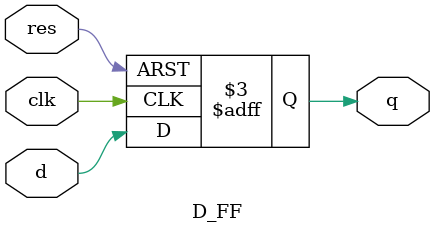
<source format=v>
module grayCode(out, clk, res);
    output [1:0]out;
    input clk, res;
    wire [1:0]q;

    counter c(q, clk, res);
    gray_encoder g(out, q);
endmodule

module gray_encoder(out, in);
    output [1:0]out;
    input [1:0]in;

    xor (out[0], in[0], in[1]);
    and (out[1], in[0], in[1]);
endmodule

module counter(q, clk, res);
    output [1:0]q;
    input clk, res;

    wire new_clk;
    clock_reduce cr(new_clk, clk, res);
    T_FF t0(q[0], 1'b1, new_clk, res);
    T_FF t1(q[1], q[0], new_clk, res);
endmodule

module clock_reduce(clk_out, clk_in, reset);
    input clk_in, reset;
    wire [18:0]counters;
    output clk_out;

    T_FF t0(counters[0], 1'b1, clk_in, reset);
    T_FF t1(counters[1], 1'b1, counters[0], reset);
    T_FF t2(counters[2], 1'b1, counters[1], reset);
    T_FF t3(counters[3], 1'b1, counters[2], reset);
    T_FF t4(counters[4], 1'b1, counters[3], reset);
    T_FF t5(counters[5], 1'b1, counters[4], reset);
    T_FF t6(counters[6], 1'b1, counters[5], reset);
    T_FF t7(counters[7], 1'b1, counters[6], reset);
    T_FF t8(counters[8], 1'b1, counters[7], reset);
    T_FF t9(counters[9], 1'b1, counters[8], reset);
    T_FF t10(counters[10], 1'b1, counters[9], reset);
    T_FF t11(counters[11], 1'b1, counters[10], reset);
    T_FF t12(counters[12], 1'b1, counters[11], reset);
    T_FF t13(counters[13], 1'b1, counters[12], reset);
    T_FF t14(counters[14], 1'b1, counters[13], reset);
    T_FF t15(counters[15], 1'b1, counters[14], reset);
    T_FF t16(counters[16], 1'b1, counters[15], reset);
    T_FF t17(counters[17], 1'b1, counters[16], reset);
    T_FF t18(counters[18], 1'b1, counters[17], reset);
    T_FF t19(clk_out, 1'b1, counters[18], reset);
endmodule

module T_FF(q, t, clk, res);
    output q;
    input t, clk, res;
    wire d;

    xor (d, q, t);
    D_FF dff(q, d, clk, res);
endmodule

module D_FF(q, d, clk, res);
    output q;
    input d, clk, res;
    reg q;
    always @(posedge res or negedge clk) begin
        if (res == 1'b1) begin
            q <= 1'b0;
        end else begin
            q <= d;
        end
    end
endmodule
</source>
